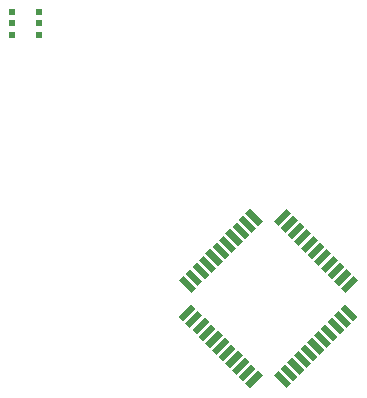
<source format=gbr>
G04 #@! TF.FileFunction,Paste,Top*
%FSLAX46Y46*%
G04 Gerber Fmt 4.6, Leading zero omitted, Abs format (unit mm)*
G04 Created by KiCad (PCBNEW 4.0.1-stable) date Friday, September 23, 2016 'AMt' 01:17:15 AM*
%MOMM*%
G01*
G04 APERTURE LIST*
%ADD10C,0.100000*%
%ADD11R,0.600000X0.500000*%
G04 APERTURE END LIST*
D10*
D11*
X111300000Y-52100000D03*
X109000000Y-52100000D03*
X111300000Y-53050000D03*
X109000000Y-53050000D03*
X111300000Y-54000000D03*
X109000000Y-54000000D03*
D10*
G36*
X128743134Y-69135188D02*
X129132042Y-68746280D01*
X130192702Y-69806940D01*
X129803794Y-70195848D01*
X128743134Y-69135188D01*
X128743134Y-69135188D01*
G37*
G36*
X128177449Y-69700874D02*
X128566357Y-69311966D01*
X129627017Y-70372626D01*
X129238109Y-70761534D01*
X128177449Y-69700874D01*
X128177449Y-69700874D01*
G37*
G36*
X127611764Y-70266559D02*
X128000672Y-69877651D01*
X129061332Y-70938311D01*
X128672424Y-71327219D01*
X127611764Y-70266559D01*
X127611764Y-70266559D01*
G37*
G36*
X127046078Y-70832244D02*
X127434986Y-70443336D01*
X128495646Y-71503996D01*
X128106738Y-71892904D01*
X127046078Y-70832244D01*
X127046078Y-70832244D01*
G37*
G36*
X126480393Y-71397930D02*
X126869301Y-71009022D01*
X127929961Y-72069682D01*
X127541053Y-72458590D01*
X126480393Y-71397930D01*
X126480393Y-71397930D01*
G37*
G36*
X125914707Y-71963615D02*
X126303615Y-71574707D01*
X127364275Y-72635367D01*
X126975367Y-73024275D01*
X125914707Y-71963615D01*
X125914707Y-71963615D01*
G37*
G36*
X125349022Y-72529301D02*
X125737930Y-72140393D01*
X126798590Y-73201053D01*
X126409682Y-73589961D01*
X125349022Y-72529301D01*
X125349022Y-72529301D01*
G37*
G36*
X124783336Y-73094986D02*
X125172244Y-72706078D01*
X126232904Y-73766738D01*
X125843996Y-74155646D01*
X124783336Y-73094986D01*
X124783336Y-73094986D01*
G37*
G36*
X124217651Y-73660672D02*
X124606559Y-73271764D01*
X125667219Y-74332424D01*
X125278311Y-74721332D01*
X124217651Y-73660672D01*
X124217651Y-73660672D01*
G37*
G36*
X123651966Y-74226357D02*
X124040874Y-73837449D01*
X125101534Y-74898109D01*
X124712626Y-75287017D01*
X123651966Y-74226357D01*
X123651966Y-74226357D01*
G37*
G36*
X123086280Y-74792042D02*
X123475188Y-74403134D01*
X124535848Y-75463794D01*
X124146940Y-75852702D01*
X123086280Y-74792042D01*
X123086280Y-74792042D01*
G37*
G36*
X123475188Y-78256866D02*
X123086280Y-77867958D01*
X124146940Y-76807298D01*
X124535848Y-77196206D01*
X123475188Y-78256866D01*
X123475188Y-78256866D01*
G37*
G36*
X124040874Y-78822551D02*
X123651966Y-78433643D01*
X124712626Y-77372983D01*
X125101534Y-77761891D01*
X124040874Y-78822551D01*
X124040874Y-78822551D01*
G37*
G36*
X124606559Y-79388236D02*
X124217651Y-78999328D01*
X125278311Y-77938668D01*
X125667219Y-78327576D01*
X124606559Y-79388236D01*
X124606559Y-79388236D01*
G37*
G36*
X125172244Y-79953922D02*
X124783336Y-79565014D01*
X125843996Y-78504354D01*
X126232904Y-78893262D01*
X125172244Y-79953922D01*
X125172244Y-79953922D01*
G37*
G36*
X125737930Y-80519607D02*
X125349022Y-80130699D01*
X126409682Y-79070039D01*
X126798590Y-79458947D01*
X125737930Y-80519607D01*
X125737930Y-80519607D01*
G37*
G36*
X126303615Y-81085293D02*
X125914707Y-80696385D01*
X126975367Y-79635725D01*
X127364275Y-80024633D01*
X126303615Y-81085293D01*
X126303615Y-81085293D01*
G37*
G36*
X126869301Y-81650978D02*
X126480393Y-81262070D01*
X127541053Y-80201410D01*
X127929961Y-80590318D01*
X126869301Y-81650978D01*
X126869301Y-81650978D01*
G37*
G36*
X127434986Y-82216664D02*
X127046078Y-81827756D01*
X128106738Y-80767096D01*
X128495646Y-81156004D01*
X127434986Y-82216664D01*
X127434986Y-82216664D01*
G37*
G36*
X128000672Y-82782349D02*
X127611764Y-82393441D01*
X128672424Y-81332781D01*
X129061332Y-81721689D01*
X128000672Y-82782349D01*
X128000672Y-82782349D01*
G37*
G36*
X128566357Y-83348034D02*
X128177449Y-82959126D01*
X129238109Y-81898466D01*
X129627017Y-82287374D01*
X128566357Y-83348034D01*
X128566357Y-83348034D01*
G37*
G36*
X129132042Y-83913720D02*
X128743134Y-83524812D01*
X129803794Y-82464152D01*
X130192702Y-82853060D01*
X129132042Y-83913720D01*
X129132042Y-83913720D01*
G37*
G36*
X131147298Y-82853060D02*
X131536206Y-82464152D01*
X132596866Y-83524812D01*
X132207958Y-83913720D01*
X131147298Y-82853060D01*
X131147298Y-82853060D01*
G37*
G36*
X131712983Y-82287374D02*
X132101891Y-81898466D01*
X133162551Y-82959126D01*
X132773643Y-83348034D01*
X131712983Y-82287374D01*
X131712983Y-82287374D01*
G37*
G36*
X132278668Y-81721689D02*
X132667576Y-81332781D01*
X133728236Y-82393441D01*
X133339328Y-82782349D01*
X132278668Y-81721689D01*
X132278668Y-81721689D01*
G37*
G36*
X132844354Y-81156004D02*
X133233262Y-80767096D01*
X134293922Y-81827756D01*
X133905014Y-82216664D01*
X132844354Y-81156004D01*
X132844354Y-81156004D01*
G37*
G36*
X133410039Y-80590318D02*
X133798947Y-80201410D01*
X134859607Y-81262070D01*
X134470699Y-81650978D01*
X133410039Y-80590318D01*
X133410039Y-80590318D01*
G37*
G36*
X133975725Y-80024633D02*
X134364633Y-79635725D01*
X135425293Y-80696385D01*
X135036385Y-81085293D01*
X133975725Y-80024633D01*
X133975725Y-80024633D01*
G37*
G36*
X134541410Y-79458947D02*
X134930318Y-79070039D01*
X135990978Y-80130699D01*
X135602070Y-80519607D01*
X134541410Y-79458947D01*
X134541410Y-79458947D01*
G37*
G36*
X135107096Y-78893262D02*
X135496004Y-78504354D01*
X136556664Y-79565014D01*
X136167756Y-79953922D01*
X135107096Y-78893262D01*
X135107096Y-78893262D01*
G37*
G36*
X135672781Y-78327576D02*
X136061689Y-77938668D01*
X137122349Y-78999328D01*
X136733441Y-79388236D01*
X135672781Y-78327576D01*
X135672781Y-78327576D01*
G37*
G36*
X136238466Y-77761891D02*
X136627374Y-77372983D01*
X137688034Y-78433643D01*
X137299126Y-78822551D01*
X136238466Y-77761891D01*
X136238466Y-77761891D01*
G37*
G36*
X136804152Y-77196206D02*
X137193060Y-76807298D01*
X138253720Y-77867958D01*
X137864812Y-78256866D01*
X136804152Y-77196206D01*
X136804152Y-77196206D01*
G37*
G36*
X137193060Y-75852702D02*
X136804152Y-75463794D01*
X137864812Y-74403134D01*
X138253720Y-74792042D01*
X137193060Y-75852702D01*
X137193060Y-75852702D01*
G37*
G36*
X136627374Y-75287017D02*
X136238466Y-74898109D01*
X137299126Y-73837449D01*
X137688034Y-74226357D01*
X136627374Y-75287017D01*
X136627374Y-75287017D01*
G37*
G36*
X136061689Y-74721332D02*
X135672781Y-74332424D01*
X136733441Y-73271764D01*
X137122349Y-73660672D01*
X136061689Y-74721332D01*
X136061689Y-74721332D01*
G37*
G36*
X135496004Y-74155646D02*
X135107096Y-73766738D01*
X136167756Y-72706078D01*
X136556664Y-73094986D01*
X135496004Y-74155646D01*
X135496004Y-74155646D01*
G37*
G36*
X134930318Y-73589961D02*
X134541410Y-73201053D01*
X135602070Y-72140393D01*
X135990978Y-72529301D01*
X134930318Y-73589961D01*
X134930318Y-73589961D01*
G37*
G36*
X134364633Y-73024275D02*
X133975725Y-72635367D01*
X135036385Y-71574707D01*
X135425293Y-71963615D01*
X134364633Y-73024275D01*
X134364633Y-73024275D01*
G37*
G36*
X133798947Y-72458590D02*
X133410039Y-72069682D01*
X134470699Y-71009022D01*
X134859607Y-71397930D01*
X133798947Y-72458590D01*
X133798947Y-72458590D01*
G37*
G36*
X133233262Y-71892904D02*
X132844354Y-71503996D01*
X133905014Y-70443336D01*
X134293922Y-70832244D01*
X133233262Y-71892904D01*
X133233262Y-71892904D01*
G37*
G36*
X132667576Y-71327219D02*
X132278668Y-70938311D01*
X133339328Y-69877651D01*
X133728236Y-70266559D01*
X132667576Y-71327219D01*
X132667576Y-71327219D01*
G37*
G36*
X132101891Y-70761534D02*
X131712983Y-70372626D01*
X132773643Y-69311966D01*
X133162551Y-69700874D01*
X132101891Y-70761534D01*
X132101891Y-70761534D01*
G37*
G36*
X131536206Y-70195848D02*
X131147298Y-69806940D01*
X132207958Y-68746280D01*
X132596866Y-69135188D01*
X131536206Y-70195848D01*
X131536206Y-70195848D01*
G37*
M02*

</source>
